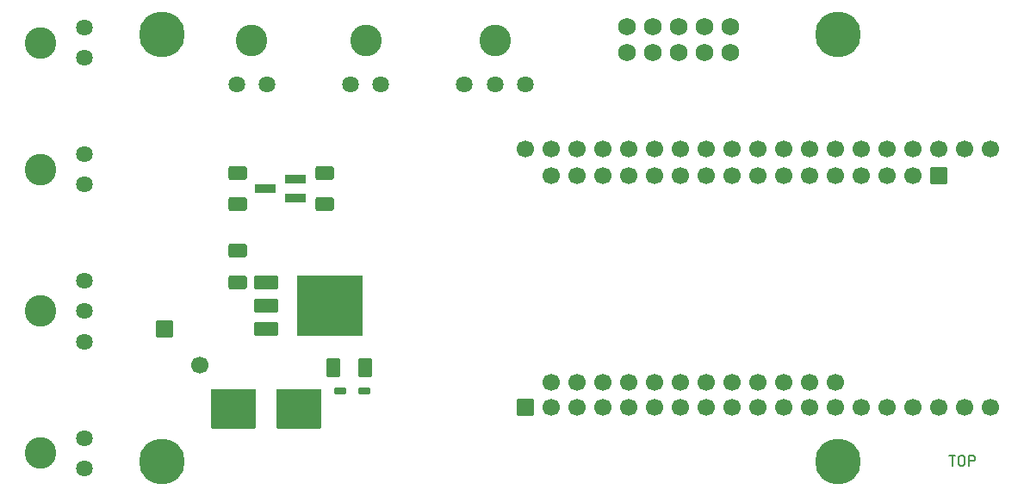
<source format=gbr>
%TF.GenerationSoftware,KiCad,Pcbnew,(6.0.7)*%
%TF.CreationDate,2022-09-15T14:23:33+02:00*%
%TF.ProjectId,Pixelix,50697865-6c69-4782-9e6b-696361645f70,V2.0*%
%TF.SameCoordinates,PX6052340PY72894a0*%
%TF.FileFunction,Soldermask,Top*%
%TF.FilePolarity,Negative*%
%FSLAX46Y46*%
G04 Gerber Fmt 4.6, Leading zero omitted, Abs format (unit mm)*
G04 Created by KiCad (PCBNEW (6.0.7)) date 2022-09-15 14:23:33*
%MOMM*%
%LPD*%
G01*
G04 APERTURE LIST*
G04 Aperture macros list*
%AMRoundRect*
0 Rectangle with rounded corners*
0 $1 Rounding radius*
0 $2 $3 $4 $5 $6 $7 $8 $9 X,Y pos of 4 corners*
0 Add a 4 corners polygon primitive as box body*
4,1,4,$2,$3,$4,$5,$6,$7,$8,$9,$2,$3,0*
0 Add four circle primitives for the rounded corners*
1,1,$1+$1,$2,$3*
1,1,$1+$1,$4,$5*
1,1,$1+$1,$6,$7*
1,1,$1+$1,$8,$9*
0 Add four rect primitives between the rounded corners*
20,1,$1+$1,$2,$3,$4,$5,0*
20,1,$1+$1,$4,$5,$6,$7,0*
20,1,$1+$1,$6,$7,$8,$9,0*
20,1,$1+$1,$8,$9,$2,$3,0*%
G04 Aperture macros list end*
%ADD10C,0.150000*%
%ADD11RoundRect,0.050000X2.120000X1.905000X-2.120000X1.905000X-2.120000X-1.905000X2.120000X-1.905000X0*%
%ADD12C,3.100000*%
%ADD13C,1.630000*%
%ADD14RoundRect,0.050000X-0.800000X-0.800000X0.800000X-0.800000X0.800000X0.800000X-0.800000X0.800000X0*%
%ADD15C,1.700000*%
%ADD16RoundRect,0.300000X0.625000X-0.400000X0.625000X0.400000X-0.625000X0.400000X-0.625000X-0.400000X0*%
%ADD17C,0.800000*%
%ADD18C,4.500000*%
%ADD19RoundRect,0.300000X-0.412500X-0.650000X0.412500X-0.650000X0.412500X0.650000X-0.412500X0.650000X0*%
%ADD20RoundRect,0.050000X0.800000X-0.800000X0.800000X0.800000X-0.800000X0.800000X-0.800000X-0.800000X0*%
%ADD21C,1.750000*%
%ADD22RoundRect,0.050000X-1.100000X-0.600000X1.100000X-0.600000X1.100000X0.600000X-1.100000X0.600000X0*%
%ADD23RoundRect,0.050000X-3.200000X-2.900000X3.200000X-2.900000X3.200000X2.900000X-3.200000X2.900000X0*%
%ADD24RoundRect,0.050000X0.950000X0.400000X-0.950000X0.400000X-0.950000X-0.400000X0.950000X-0.400000X0*%
%ADD25RoundRect,0.050000X0.780000X-0.800000X0.780000X0.800000X-0.780000X0.800000X-0.780000X-0.800000X0*%
%ADD26RoundRect,0.050000X-0.530000X-0.250000X0.530000X-0.250000X0.530000X0.250000X-0.530000X0.250000X0*%
G04 APERTURE END LIST*
D10*
X93990476Y4547620D02*
X94561904Y4547620D01*
X94276190Y3547620D02*
X94276190Y4547620D01*
X95085714Y4547620D02*
X95276190Y4547620D01*
X95371428Y4500000D01*
X95466666Y4404762D01*
X95514285Y4214286D01*
X95514285Y3880953D01*
X95466666Y3690477D01*
X95371428Y3595239D01*
X95276190Y3547620D01*
X95085714Y3547620D01*
X94990476Y3595239D01*
X94895238Y3690477D01*
X94847619Y3880953D01*
X94847619Y4214286D01*
X94895238Y4404762D01*
X94990476Y4500000D01*
X95085714Y4547620D01*
X95942857Y3547620D02*
X95942857Y4547620D01*
X96323809Y4547620D01*
X96419047Y4500000D01*
X96466666Y4452381D01*
X96514285Y4357143D01*
X96514285Y4214286D01*
X96466666Y4119048D01*
X96419047Y4071429D01*
X96323809Y4023810D01*
X95942857Y4023810D01*
D11*
%TO.C,F1*%
X29990000Y9100000D03*
X23610000Y9100000D03*
%TD*%
D12*
%TO.C,J7*%
X49330000Y45400000D03*
D13*
X46330000Y41080000D03*
X49330000Y41080000D03*
X52330000Y41080000D03*
%TD*%
D12*
%TO.C,J1*%
X36615000Y45400000D03*
D13*
X35115000Y41080000D03*
X38115000Y41080000D03*
%TD*%
D12*
%TO.C,J8*%
X25400000Y45400000D03*
D13*
X23900000Y41080000D03*
X26900000Y41080000D03*
%TD*%
D14*
%TO.C,C2*%
X16800000Y16987500D03*
D15*
X20300000Y13487500D03*
%TD*%
D16*
%TO.C,R1*%
X32600000Y29250000D03*
X32600000Y32350000D03*
%TD*%
D17*
%TO.C,H1*%
X14950000Y4000000D03*
X18250000Y4000000D03*
X15433274Y2833274D03*
X17766726Y5166726D03*
D18*
X16600000Y4000000D03*
D17*
X15433274Y5166726D03*
X17766726Y2833274D03*
X16600000Y2350000D03*
X16600000Y5650000D03*
%TD*%
D19*
%TO.C,C1*%
X33447500Y13200000D03*
X36572500Y13200000D03*
%TD*%
D17*
%TO.C,H4*%
X83000000Y47650000D03*
X81833274Y47166726D03*
X84650000Y46000000D03*
X83000000Y44350000D03*
X81833274Y44833274D03*
D18*
X83000000Y46000000D03*
D17*
X84166726Y44833274D03*
X84166726Y47166726D03*
X81350000Y46000000D03*
%TD*%
D20*
%TO.C,A1*%
X92900000Y32052500D03*
D15*
X90360000Y32052500D03*
X87820000Y32052500D03*
X85280000Y32052500D03*
X82740000Y32052500D03*
X80200000Y32052500D03*
X77660000Y32052500D03*
X75120000Y32052500D03*
X72580000Y32052500D03*
X70040000Y32052500D03*
X67500000Y32052500D03*
X64960000Y32052500D03*
X62420000Y32052500D03*
X59880000Y32052500D03*
X57340000Y32052500D03*
X54800000Y32052500D03*
X54800000Y11732500D03*
X57340000Y11732500D03*
X59880000Y11732500D03*
X62420000Y11732500D03*
X64960000Y11732500D03*
X67500000Y11732500D03*
X70040000Y11732500D03*
X72580000Y11732500D03*
X75120000Y11732500D03*
X77660000Y11732500D03*
X80200000Y11732500D03*
X82740000Y11732500D03*
%TD*%
D17*
%TO.C,H3*%
X16600000Y47650000D03*
X15433274Y44833274D03*
X14950000Y46000000D03*
D18*
X16600000Y46000000D03*
D17*
X17766726Y47166726D03*
X18250000Y46000000D03*
X17766726Y44833274D03*
X16600000Y44350000D03*
X15433274Y47166726D03*
%TD*%
D21*
%TO.C,J5*%
X72480000Y46720000D03*
X72480000Y44180000D03*
X69940000Y46720000D03*
X69940000Y44180000D03*
X67400000Y46720000D03*
X67400000Y44180000D03*
X64860000Y46720000D03*
X64860000Y44180000D03*
X62320000Y46720000D03*
X62320000Y44180000D03*
%TD*%
D12*
%TO.C,J2*%
X4600000Y4800000D03*
D13*
X8920000Y3300000D03*
X8920000Y6300000D03*
%TD*%
D22*
%TO.C,Q2*%
X26800000Y21580000D03*
X26800000Y19300000D03*
D23*
X33100000Y19300000D03*
D22*
X26800000Y17020000D03*
%TD*%
D12*
%TO.C,J4*%
X4600000Y32700000D03*
D13*
X8920000Y31200000D03*
X8920000Y34200000D03*
%TD*%
D17*
%TO.C,H2*%
X81350000Y4000000D03*
X81833274Y2833274D03*
X83000000Y2350000D03*
X83000000Y5650000D03*
X81833274Y5166726D03*
D18*
X83000000Y4000000D03*
D17*
X84650000Y4000000D03*
X84166726Y2833274D03*
X84166726Y5166726D03*
%TD*%
D16*
%TO.C,R3*%
X24000000Y29250000D03*
X24000000Y32350000D03*
%TD*%
D12*
%TO.C,J3*%
X4600000Y18750000D03*
D13*
X8920000Y15750000D03*
X8920000Y18750000D03*
X8920000Y21750000D03*
%TD*%
D24*
%TO.C,Q1*%
X29700000Y29850000D03*
X29700000Y31750000D03*
X26700000Y30800000D03*
%TD*%
D25*
%TO.C,U1*%
X52340000Y9300000D03*
D15*
X54880000Y9300000D03*
X57420000Y9300000D03*
X59960000Y9300000D03*
X62500000Y9300000D03*
X65040000Y9300000D03*
X67580000Y9300000D03*
X70120000Y9300000D03*
X72660000Y9300000D03*
X75200000Y9300000D03*
X77740000Y9300000D03*
X80280000Y9300000D03*
X82820000Y9300000D03*
X85360000Y9300000D03*
X87900000Y9300000D03*
X90440000Y9300000D03*
X92980000Y9300000D03*
X95520000Y9300000D03*
X98060000Y9300000D03*
X52340000Y34700000D03*
X54880000Y34700000D03*
X57420000Y34700000D03*
X59960000Y34700000D03*
X62500000Y34700000D03*
X65040000Y34700000D03*
X67580000Y34700000D03*
X70120000Y34700000D03*
X72660000Y34700000D03*
X75200000Y34700000D03*
X77740000Y34700000D03*
X80280000Y34700000D03*
X82820000Y34700000D03*
X85360000Y34700000D03*
X87900000Y34700000D03*
X90440000Y34700000D03*
X92980000Y34700000D03*
X95520000Y34700000D03*
X98060000Y34700000D03*
%TD*%
D16*
%TO.C,R4*%
X24000000Y21600000D03*
X24000000Y24700000D03*
%TD*%
D12*
%TO.C,J6*%
X4600000Y45150000D03*
D13*
X8920000Y43650000D03*
X8920000Y46650000D03*
%TD*%
D26*
%TO.C,D1*%
X34120000Y10900000D03*
X36480000Y10900000D03*
%TD*%
M02*

</source>
